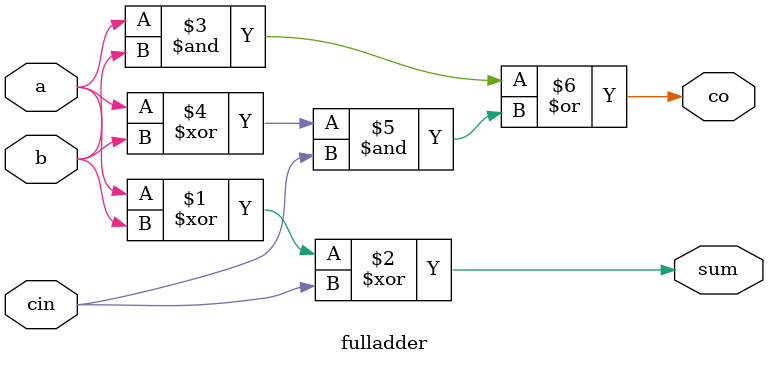
<source format=v>
`timescale 1ns / 1ps
module fulladder(
    input a,
    input b,
    input cin,
    output sum,
    output co
    );

	//Logic definition starts here
	
	assign sum = a^b^cin;
	assign co = (a&b)|((a^b)&cin);

endmodule

</source>
